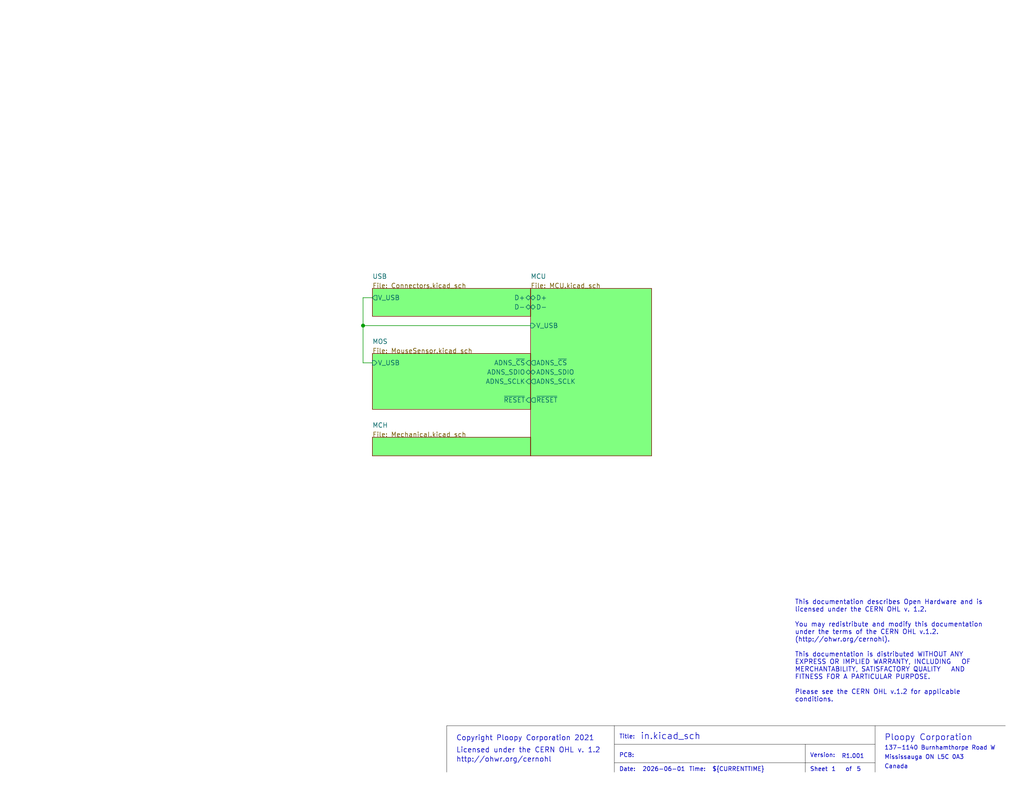
<source format=kicad_sch>
(kicad_sch
	(version 20231120)
	(generator "eeschema")
	(generator_version "8.0")
	(uuid "9d6a1f8d-4b8b-4392-b4eb-4fd42f01291d")
	(paper "USLetter")
	(title_block
		(rev "R1.001")
		(company "Ploopy Corporation")
	)
	(lib_symbols)
	(junction
		(at 99.06 88.9)
		(diameter 0)
		(color 0 0 0 0)
		(uuid "9a45f4f9-b3da-42af-aa33-8e35121526d4")
	)
	(polyline
		(pts
			(xy 238.76 198.12) (xy 238.76 210.82)
		)
		(stroke
			(width 0.0254)
			(type solid)
			(color 0 0 0 1)
		)
		(uuid "2863803b-b95c-4edb-8778-69c92f99a813")
	)
	(wire
		(pts
			(xy 101.6 81.28) (xy 99.06 81.28)
		)
		(stroke
			(width 0)
			(type default)
		)
		(uuid "294f4fb2-7285-4518-a90e-3f473061fb8b")
	)
	(wire
		(pts
			(xy 99.06 88.9) (xy 144.78 88.9)
		)
		(stroke
			(width 0)
			(type default)
		)
		(uuid "6eb41fed-9232-4eb0-8c47-5c05db2f0e15")
	)
	(wire
		(pts
			(xy 99.06 88.9) (xy 99.06 99.06)
		)
		(stroke
			(width 0)
			(type default)
		)
		(uuid "8ec9b72b-e703-4eba-91b7-d1daeee56a93")
	)
	(polyline
		(pts
			(xy 167.64 198.12) (xy 121.92 198.12)
		)
		(stroke
			(width 0.0254)
			(type solid)
			(color 0 0 0 1)
		)
		(uuid "91db23d4-78d6-4069-96c2-8ba9be54c847")
	)
	(polyline
		(pts
			(xy 274.32 198.12) (xy 167.64 198.12)
		)
		(stroke
			(width 0.0254)
			(type solid)
			(color 0 0 0 1)
		)
		(uuid "9e59f4cd-7c4b-482b-9128-0e797f0d7949")
	)
	(wire
		(pts
			(xy 99.06 99.06) (xy 101.6 99.06)
		)
		(stroke
			(width 0)
			(type default)
		)
		(uuid "b0afd142-e3b9-41ed-b14d-beb4dc426ccb")
	)
	(polyline
		(pts
			(xy 167.64 198.12) (xy 167.64 210.82)
		)
		(stroke
			(width 0.0254)
			(type solid)
			(color 0 0 0 1)
		)
		(uuid "b2f0b8b9-1419-4588-8503-9ef4bb4e82bc")
	)
	(wire
		(pts
			(xy 99.06 81.28) (xy 99.06 88.9)
		)
		(stroke
			(width 0)
			(type default)
		)
		(uuid "b9341f17-4318-4cee-8fbb-603a97f424e0")
	)
	(polyline
		(pts
			(xy 167.64 208.28) (xy 238.76 208.28)
		)
		(stroke
			(width 0.0254)
			(type solid)
			(color 0 0 0 1)
		)
		(uuid "d71a8c3c-d96f-47a1-a199-06134a3deec3")
	)
	(polyline
		(pts
			(xy 121.92 198.12) (xy 121.92 210.82)
		)
		(stroke
			(width 0.0254)
			(type solid)
			(color 0 0 0 1)
		)
		(uuid "d8273ec2-4f66-43ee-b151-3d98ea0290a4")
	)
	(polyline
		(pts
			(xy 167.64 203.2) (xy 238.76 203.2)
		)
		(stroke
			(width 0.0254)
			(type solid)
			(color 0 0 0 1)
		)
		(uuid "e8ba6235-3c5f-4a4b-ad29-1119306ed468")
	)
	(polyline
		(pts
			(xy 219.71 203.2) (xy 219.71 210.82)
		)
		(stroke
			(width 0.0254)
			(type solid)
			(color 0 0 0 1)
		)
		(uuid "f799cdd9-0bec-4e20-98c4-6d1b280c16f1")
	)
	(text_box "This documentation describes Open Hardware and is licensed under the CERN OHL v. 1.2.\n\nYou may redistribute and modify this documentation under the terms of the CERN OHL v.1.2. (http://ohwr.org/cernohl). \n\nThis documentation is distributed WITHOUT ANY EXPRESS OR IMPLIED WARRANTY, INCLUDING   OF MERCHANTABILITY, SATISFACTORY QUALITY   AND FITNESS FOR A PARTICULAR PURPOSE.\n\nPlease see the CERN OHL v.1.2 for applicable conditions."
		(exclude_from_sim no)
		(at 271.78 162.56 0)
		(size -55.88 33.02)
		(stroke
			(width -0.0001)
			(type default)
			(color 0 0 0 1)
		)
		(fill
			(type color)
			(color 255 255 255 1)
		)
		(effects
			(font
				(size 1.27 1.27)
			)
			(justify left top)
		)
		(uuid "3fd0f53f-0c87-4323-a43d-72bcef16b987")
	)
	(text "${FILENAME}"
		(exclude_from_sim no)
		(at 174.752 202.184 0)
		(effects
			(font
				(size 1.778 1.778)
			)
			(justify left bottom)
		)
		(uuid "060222c1-f52f-4418-8352-2e103c49ff30")
	)
	(text "${##}"
		(exclude_from_sim no)
		(at 233.68 210.82 0)
		(effects
			(font
				(size 1.143 1.143)
			)
			(justify left bottom)
		)
		(uuid "0f5be829-1579-40e7-8bcf-6891c24c7d76")
	)
	(text "${REVISION}"
		(exclude_from_sim no)
		(at 229.616 207.264 0)
		(effects
			(font
				(size 1.143 1.143)
			)
			(justify left bottom)
		)
		(uuid "17c4a7df-0ad1-4e63-b135-8130274ae7f0")
	)
	(text "Title:"
		(exclude_from_sim no)
		(at 168.91 201.93 0)
		(effects
			(font
				(size 1.143 1.143)
			)
			(justify left bottom)
		)
		(uuid "1f91628d-e83d-4e90-babe-776bc5934de6")
	)
	(text "Sheet"
		(exclude_from_sim no)
		(at 220.98 210.82 0)
		(effects
			(font
				(size 1.143 1.143)
			)
			(justify left bottom)
		)
		(uuid "224b7b9c-f05d-4270-a63e-51e1079d26ed")
	)
	(text "${PROJECTNAME}"
		(exclude_from_sim no)
		(at 174.752 207.264 0)
		(effects
			(font
				(size 1.651 1.651)
			)
			(justify left bottom)
		)
		(uuid "228bf3bb-81f3-4a9f-81b6-e0bda4a4e56e")
	)
	(text "Date:"
		(exclude_from_sim no)
		(at 168.91 210.82 0)
		(effects
			(font
				(size 1.143 1.143)
			)
			(justify left bottom)
		)
		(uuid "3cac60bf-08c6-4d45-84ac-21d4a7659948")
	)
	(text "Copyright Ploopy Corporation 2021"
		(exclude_from_sim no)
		(at 124.46 202.438 0)
		(effects
			(font
				(size 1.397 1.397)
			)
			(justify left bottom)
		)
		(uuid "3fc1a4f3-37a8-4e4c-b567-2bb63257c61a")
	)
	(text "Mississauga ON L5C 0A3"
		(exclude_from_sim no)
		(at 241.3 207.518 0)
		(effects
			(font
				(size 1.143 1.143)
			)
			(justify left bottom)
		)
		(uuid "4740e6ef-2888-42ed-ae59-db67529e8466")
	)
	(text "${CURRENTTIME}"
		(exclude_from_sim no)
		(at 194.31 210.82 0)
		(effects
			(font
				(size 1.143 1.143)
			)
			(justify left bottom)
		)
		(uuid "694e0871-848d-42be-93de-a57fdec1c81d")
	)
	(text "${#}"
		(exclude_from_sim no)
		(at 226.822 210.82 0)
		(effects
			(font
				(size 1.143 1.143)
			)
			(justify left bottom)
		)
		(uuid "6d11a491-71a3-4cf9-a84b-b698bbfb7459")
	)
	(text "${CURRENT_DATE}"
		(exclude_from_sim no)
		(at 175.26 210.82 0)
		(effects
			(font
				(size 1.143 1.143)
			)
			(justify left bottom)
		)
		(uuid "71317d38-3cd6-48f9-bcde-22abdda8a611")
	)
	(text "of"
		(exclude_from_sim no)
		(at 230.632 210.82 0)
		(effects
			(font
				(size 1.143 1.143)
			)
			(justify left bottom)
		)
		(uuid "9867d3bd-97a8-45ba-86e3-77d64aab9b15")
	)
	(text "Time:"
		(exclude_from_sim no)
		(at 187.96 210.82 0)
		(effects
			(font
				(size 1.143 1.143)
			)
			(justify left bottom)
		)
		(uuid "a58c3457-2297-425c-9967-2693da90f280")
	)
	(text "Version:"
		(exclude_from_sim no)
		(at 220.98 207.01 0)
		(effects
			(font
				(size 1.143 1.143)
			)
			(justify left bottom)
		)
		(uuid "a77c9fe7-ae21-4bf0-ab08-6b5a51a187ff")
	)
	(text "Licensed under the CERN OHL v. 1.2"
		(exclude_from_sim no)
		(at 124.46 205.74 0)
		(effects
			(font
				(size 1.397 1.397)
			)
			(justify left bottom)
		)
		(uuid "acb677b1-177c-421b-aebd-8571cf3ce077")
	)
	(text "Canada"
		(exclude_from_sim no)
		(at 241.3 210.058 0)
		(effects
			(font
				(size 1.143 1.143)
			)
			(justify left bottom)
		)
		(uuid "b8bf5d27-7ac6-47b6-ad0d-742be9084cca")
	)
	(text "PCB:"
		(exclude_from_sim no)
		(at 168.91 207.01 0)
		(effects
			(font
				(size 1.143 1.143)
			)
			(justify left bottom)
		)
		(uuid "da97832a-f431-4048-bfb5-ec8dc3380f0d")
	)
	(text "http://ohwr.org/cernohl"
		(exclude_from_sim no)
		(at 124.46 208.28 0)
		(effects
			(font
				(size 1.397 1.397)
			)
			(justify left bottom)
		)
		(uuid "e702fd9f-8e65-4ff6-a742-da7b281fbebc")
	)
	(text "Ploopy Corporation"
		(exclude_from_sim no)
		(at 241.3 202.438 0)
		(effects
			(font
				(size 1.651 1.651)
			)
			(justify left bottom)
		)
		(uuid "f22d4f58-4471-49ee-8bb6-cc4dcc12d21a")
	)
	(text "137-1140 Burnhamthorpe Road W"
		(exclude_from_sim no)
		(at 241.3 204.978 0)
		(effects
			(font
				(size 1.143 1.143)
			)
			(justify left bottom)
		)
		(uuid "f5680002-9d2b-40d7-951a-7a8f719f7652")
	)
	(sheet
		(at 144.78 78.74)
		(size 33.02 45.72)
		(fields_autoplaced yes)
		(stroke
			(width 0)
			(type solid)
			(color 128 0 0 1)
		)
		(fill
			(color 128 255 128 1.0000)
		)
		(uuid "7e1d3b81-a3c6-4cdc-8a6d-42ed63ea2519")
		(property "Sheetname" "MCU"
			(at 144.78 76.2 0)
			(effects
				(font
					(size 1.27 1.27)
				)
				(justify left bottom)
			)
		)
		(property "Sheetfile" "MCU.kicad_sch"
			(at 144.78 78.74 0)
			(effects
				(font
					(size 1.27 1.27)
				)
				(justify left bottom)
			)
		)
		(pin "D+" bidirectional
			(at 144.78 81.28 180)
			(effects
				(font
					(size 1.27 1.27)
				)
				(justify left)
			)
			(uuid "a6063b2d-7329-4e92-b12b-cccb372ce277")
		)
		(pin "D-" bidirectional
			(at 144.78 83.82 180)
			(effects
				(font
					(size 1.27 1.27)
				)
				(justify left)
			)
			(uuid "37d124ab-aa60-43ef-b3a0-0f9f5b73a00c")
		)
		(pin "V_USB" input
			(at 144.78 88.9 180)
			(effects
				(font
					(size 1.27 1.27)
				)
				(justify left)
			)
			(uuid "10cb04ab-834f-4437-96a6-78abba7838c4")
		)
		(pin "~{RESET}" output
			(at 144.78 109.22 180)
			(effects
				(font
					(size 1.27 1.27)
				)
				(justify left)
			)
			(uuid "2ab8a286-26c8-4d22-a595-1221c5a8cc87")
		)
		(pin "ADNS_SDIO" bidirectional
			(at 144.78 101.6 180)
			(effects
				(font
					(size 1.27 1.27)
				)
				(justify left)
			)
			(uuid "dbde819f-9647-42c7-a09c-4d02ebac6baf")
		)
		(pin "ADNS_~{CS}" output
			(at 144.78 99.06 180)
			(effects
				(font
					(size 1.27 1.27)
				)
				(justify left)
			)
			(uuid "efa81771-8b33-41a8-8fc1-589efda94b69")
		)
		(pin "ADNS_SCLK" output
			(at 144.78 104.14 180)
			(effects
				(font
					(size 1.27 1.27)
				)
				(justify left)
			)
			(uuid "1878d0be-5533-437d-a31f-b435fac62775")
		)
		(instances
			(project "MiniBall"
				(path "/9d6a1f8d-4b8b-4392-b4eb-4fd42f01291d"
					(page "3")
				)
			)
		)
	)
	(sheet
		(at 101.6 96.52)
		(size 43.18 15.24)
		(fields_autoplaced yes)
		(stroke
			(width 0)
			(type solid)
			(color 128 0 0 1)
		)
		(fill
			(color 128 255 128 1.0000)
		)
		(uuid "89019ad1-bdee-47d3-99bb-c1d987d7806b")
		(property "Sheetname" "MOS"
			(at 101.6 93.98 0)
			(effects
				(font
					(size 1.27 1.27)
				)
				(justify left bottom)
			)
		)
		(property "Sheetfile" "MouseSensor.kicad_sch"
			(at 101.6 96.52 0)
			(effects
				(font
					(size 1.27 1.27)
				)
				(justify left bottom)
			)
		)
		(pin "~{RESET}" input
			(at 144.78 109.22 0)
			(effects
				(font
					(size 1.27 1.27)
				)
				(justify right)
			)
			(uuid "f2d00ca4-744d-45c8-a70e-3eee9840ed73")
		)
		(pin "V_USB" input
			(at 101.6 99.06 180)
			(effects
				(font
					(size 1.27 1.27)
				)
				(justify left)
			)
			(uuid "cd1b7c8d-5f47-4ae3-b4f7-9f7805f97c8a")
		)
		(pin "ADNS_~{CS}" input
			(at 144.78 99.06 0)
			(effects
				(font
					(size 1.27 1.27)
				)
				(justify right)
			)
			(uuid "e88c7733-3a2a-4198-adc9-2709788eaefc")
		)
		(pin "ADNS_SDIO" bidirectional
			(at 144.78 101.6 0)
			(effects
				(font
					(size 1.27 1.27)
				)
				(justify right)
			)
			(uuid "abb6e79d-d57b-4893-948c-b32685d68254")
		)
		(pin "ADNS_SCLK" input
			(at 144.78 104.14 0)
			(effects
				(font
					(size 1.27 1.27)
				)
				(justify right)
			)
			(uuid "594d0c76-fc40-4793-922b-09f6722e2d92")
		)
		(instances
			(project "MiniBall"
				(path "/9d6a1f8d-4b8b-4392-b4eb-4fd42f01291d"
					(page "5")
				)
			)
		)
	)
	(sheet
		(at 101.6 119.38)
		(size 43.18 5.08)
		(fields_autoplaced yes)
		(stroke
			(width 0)
			(type solid)
			(color 128 0 0 1)
		)
		(fill
			(color 128 255 128 1.0000)
		)
		(uuid "de0f3e48-df74-40c2-be42-476fa653d682")
		(property "Sheetname" "MCH"
			(at 101.6 116.84 0)
			(effects
				(font
					(size 1.27 1.27)
				)
				(justify left bottom)
			)
		)
		(property "Sheetfile" "Mechanical.kicad_sch"
			(at 101.6 119.38 0)
			(effects
				(font
					(size 1.27 1.27)
				)
				(justify left bottom)
			)
		)
		(instances
			(project "MiniBall"
				(path "/9d6a1f8d-4b8b-4392-b4eb-4fd42f01291d"
					(page "4")
				)
			)
		)
	)
	(sheet
		(at 101.6 78.74)
		(size 43.18 7.62)
		(fields_autoplaced yes)
		(stroke
			(width 0)
			(type solid)
			(color 128 0 0 1)
		)
		(fill
			(color 128 255 128 1.0000)
		)
		(uuid "ef58d7a0-c31a-4bd8-8002-5fc7a076cde5")
		(property "Sheetname" "USB"
			(at 101.6 76.2 0)
			(effects
				(font
					(size 1.27 1.27)
				)
				(justify left bottom)
			)
		)
		(property "Sheetfile" "Connectors.kicad_sch"
			(at 101.6 78.74 0)
			(effects
				(font
					(size 1.27 1.27)
				)
				(justify left bottom)
			)
		)
		(pin "D+" bidirectional
			(at 144.78 81.28 0)
			(effects
				(font
					(size 1.27 1.27)
				)
				(justify right)
			)
			(uuid "4f2fd946-ff39-4903-a6a8-b06eb0f78bb4")
		)
		(pin "V_USB" output
			(at 101.6 81.28 180)
			(effects
				(font
					(size 1.27 1.27)
				)
				(justify left)
			)
			(uuid "fb3ad56f-3dc4-4a4e-a66a-22f2a996b49e")
		)
		(pin "D-" bidirectional
			(at 144.78 83.82 0)
			(effects
				(font
					(size 1.27 1.27)
				)
				(justify right)
			)
			(uuid "83be3211-9646-4e3d-b62c-d42784598011")
		)
		(instances
			(project "MiniBall"
				(path "/9d6a1f8d-4b8b-4392-b4eb-4fd42f01291d"
					(page "2")
				)
			)
		)
	)
	(sheet_instances
		(path "/"
			(page "1")
		)
	)
)

</source>
